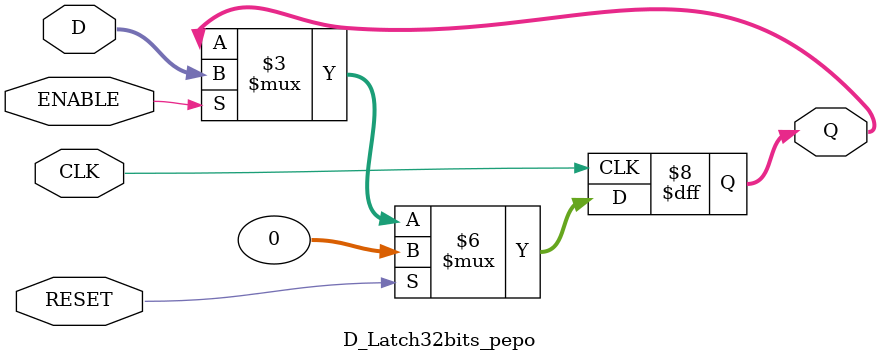
<source format=v>
module D_Latch32bits_pepo (output reg[31:0] Q, input wire [31:0] D, input wire ENABLE,CLK,RESET);

always @ (posedge CLK)
	if(RESET)
		Q<=32'd0;
	else
		begin
			if(ENABLE)
				Q <= D;
			else
				Q <= Q;
		end		

endmodule // D_Latch32bits
</source>
